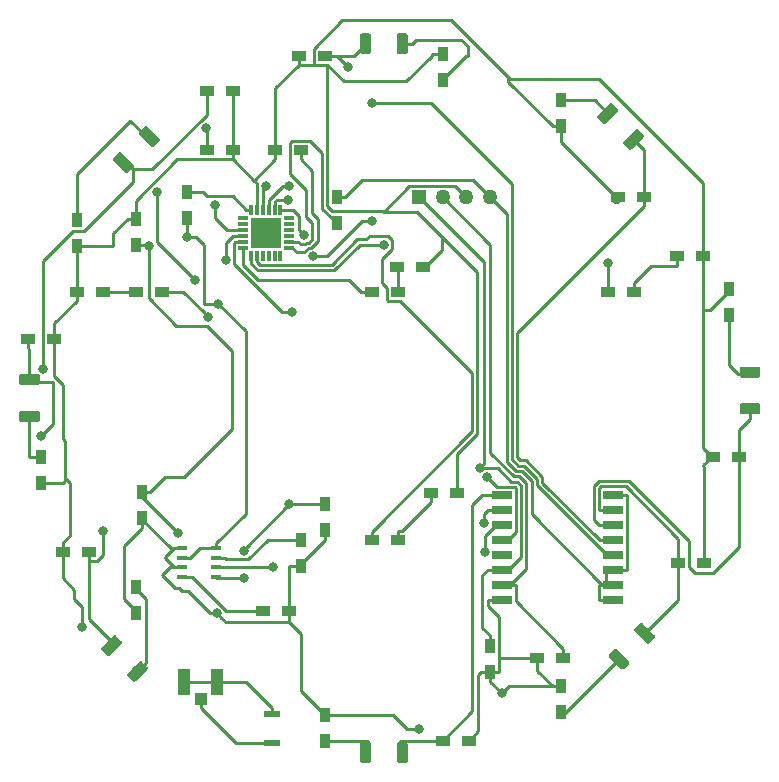
<source format=gbr>
G04 #@! TF.GenerationSoftware,KiCad,Pcbnew,(5.0.2)-1*
G04 #@! TF.CreationDate,2019-05-10T15:47:13-04:00*
G04 #@! TF.ProjectId,bikesenseCap,62696b65-7365-46e7-9365-4361702e6b69,PROD A*
G04 #@! TF.SameCoordinates,Original*
G04 #@! TF.FileFunction,Copper,L1,Top*
G04 #@! TF.FilePolarity,Positive*
%FSLAX46Y46*%
G04 Gerber Fmt 4.6, Leading zero omitted, Abs format (unit mm)*
G04 Created by KiCad (PCBNEW (5.0.2)-1) date 5/10/2019 3:47:13 PM*
%MOMM*%
%LPD*%
G01*
G04 APERTURE LIST*
G04 #@! TA.AperFunction,SMDPad,CuDef*
%ADD10R,1.200000X0.900000*%
G04 #@! TD*
G04 #@! TA.AperFunction,ComponentPad*
%ADD11R,1.270000X1.270000*%
G04 #@! TD*
G04 #@! TA.AperFunction,ComponentPad*
%ADD12C,1.270000*%
G04 #@! TD*
G04 #@! TA.AperFunction,SMDPad,CuDef*
%ADD13R,0.900000X1.200000*%
G04 #@! TD*
G04 #@! TA.AperFunction,SMDPad,CuDef*
%ADD14R,2.600000X2.600000*%
G04 #@! TD*
G04 #@! TA.AperFunction,SMDPad,CuDef*
%ADD15R,0.300000X0.850000*%
G04 #@! TD*
G04 #@! TA.AperFunction,SMDPad,CuDef*
%ADD16R,0.850000X0.300000*%
G04 #@! TD*
G04 #@! TA.AperFunction,SMDPad,CuDef*
%ADD17R,1.700000X0.700000*%
G04 #@! TD*
G04 #@! TA.AperFunction,Conductor*
%ADD18C,0.100000*%
G04 #@! TD*
G04 #@! TA.AperFunction,SMDPad,CuDef*
%ADD19C,0.950000*%
G04 #@! TD*
G04 #@! TA.AperFunction,SMDPad,CuDef*
%ADD20R,0.900000X0.400000*%
G04 #@! TD*
G04 #@! TA.AperFunction,SMDPad,CuDef*
%ADD21R,1.360000X0.620000*%
G04 #@! TD*
G04 #@! TA.AperFunction,SMDPad,CuDef*
%ADD22R,1.000000X2.200000*%
G04 #@! TD*
G04 #@! TA.AperFunction,SMDPad,CuDef*
%ADD23R,1.000000X1.000000*%
G04 #@! TD*
G04 #@! TA.AperFunction,ViaPad*
%ADD24C,0.800000*%
G04 #@! TD*
G04 #@! TA.AperFunction,Conductor*
%ADD25C,0.250000*%
G04 #@! TD*
G04 APERTURE END LIST*
D10*
G04 #@! TO.P,D3,1*
G04 #@! TO.N,Net-(D3-Pad1)*
X131200000Y-91000000D03*
G04 #@! TO.P,D3,2*
G04 #@! TO.N,Net-(D3-Pad2)*
X129000000Y-91000000D03*
G04 #@! TD*
G04 #@! TO.P,D4,2*
G04 #@! TO.N,Net-(D4-Pad2)*
X151200000Y-91000000D03*
G04 #@! TO.P,D4,1*
G04 #@! TO.N,Net-(D4-Pad1)*
X149000000Y-91000000D03*
G04 #@! TD*
G04 #@! TO.P,D5,2*
G04 #@! TO.N,Net-(D5-Pad2)*
X171200000Y-91000000D03*
G04 #@! TO.P,D5,1*
G04 #@! TO.N,Net-(D5-Pad1)*
X169000000Y-91000000D03*
G04 #@! TD*
G04 #@! TO.P,D6,1*
G04 #@! TO.N,Net-(D6-Pad1)*
X149000000Y-112000000D03*
G04 #@! TO.P,D6,2*
G04 #@! TO.N,Net-(D6-Pad2)*
X151200000Y-112000000D03*
G04 #@! TD*
D11*
G04 #@! TO.P,J1,1*
G04 #@! TO.N,/SCL*
X153000260Y-83000000D03*
D12*
G04 #@! TO.P,J1,2*
G04 #@! TO.N,/SDA*
X155001780Y-83000000D03*
G04 #@! TO.P,J1,3*
G04 #@! TO.N,+3V3*
X156998220Y-83000000D03*
G04 #@! TO.P,J1,4*
G04 #@! TO.N,GND*
X158999740Y-83000000D03*
G04 #@! TD*
D10*
G04 #@! TO.P,R1,1*
G04 #@! TO.N,Net-(R1-Pad1)*
X143000000Y-79000000D03*
G04 #@! TO.P,R1,2*
G04 #@! TO.N,+3V3*
X140800000Y-79000000D03*
G04 #@! TD*
G04 #@! TO.P,R2,1*
G04 #@! TO.N,/SCL*
X135000000Y-79000000D03*
G04 #@! TO.P,R2,2*
G04 #@! TO.N,+3V3*
X137200000Y-79000000D03*
G04 #@! TD*
D13*
G04 #@! TO.P,R3,2*
G04 #@! TO.N,GND*
X146000000Y-83000000D03*
G04 #@! TO.P,R3,1*
G04 #@! TO.N,Net-(R3-Pad1)*
X146000000Y-85200000D03*
G04 #@! TD*
G04 #@! TO.P,R4,1*
G04 #@! TO.N,GND*
X133350000Y-84750000D03*
G04 #@! TO.P,R4,2*
G04 #@! TO.N,Net-(R4-Pad2)*
X133350000Y-82550000D03*
G04 #@! TD*
G04 #@! TO.P,R5,2*
G04 #@! TO.N,+3V3*
X129000000Y-84800000D03*
G04 #@! TO.P,R5,1*
G04 #@! TO.N,/SDA*
X129000000Y-87000000D03*
G04 #@! TD*
G04 #@! TO.P,R6,1*
G04 #@! TO.N,/SCL*
X145000000Y-109000000D03*
G04 #@! TO.P,R6,2*
G04 #@! TO.N,+3V3*
X145000000Y-111200000D03*
G04 #@! TD*
G04 #@! TO.P,R7,2*
G04 #@! TO.N,+3V3*
X129540000Y-110150000D03*
G04 #@! TO.P,R7,1*
G04 #@! TO.N,/SDA*
X129540000Y-107950000D03*
G04 #@! TD*
G04 #@! TO.P,R8,1*
G04 #@! TO.N,Net-(R8-Pad1)*
X143000000Y-112000000D03*
G04 #@! TO.P,R8,2*
G04 #@! TO.N,+3V3*
X143000000Y-114200000D03*
G04 #@! TD*
D10*
G04 #@! TO.P,R9,2*
G04 #@! TO.N,+3V3*
X142000000Y-118000000D03*
G04 #@! TO.P,R9,1*
G04 #@! TO.N,Net-(R9-Pad1)*
X139800000Y-118000000D03*
G04 #@! TD*
G04 #@! TO.P,R11,1*
G04 #@! TO.N,Net-(D3-Pad2)*
X126200000Y-91000000D03*
G04 #@! TO.P,R11,2*
G04 #@! TO.N,+3V3*
X124000000Y-91000000D03*
G04 #@! TD*
G04 #@! TO.P,R12,2*
G04 #@! TO.N,+3V3*
X153330000Y-88900000D03*
G04 #@! TO.P,R12,1*
G04 #@! TO.N,Net-(D4-Pad2)*
X151130000Y-88900000D03*
G04 #@! TD*
G04 #@! TO.P,R13,2*
G04 #@! TO.N,+3V3*
X177000000Y-88000000D03*
G04 #@! TO.P,R13,1*
G04 #@! TO.N,Net-(D5-Pad2)*
X174800000Y-88000000D03*
G04 #@! TD*
G04 #@! TO.P,R14,1*
G04 #@! TO.N,Net-(D6-Pad2)*
X154000000Y-108000000D03*
G04 #@! TO.P,R14,2*
G04 #@! TO.N,+3V3*
X156200000Y-108000000D03*
G04 #@! TD*
D13*
G04 #@! TO.P,R19,2*
G04 #@! TO.N,Net-(D11-Pad2)*
X121000000Y-105000000D03*
G04 #@! TO.P,R19,1*
G04 #@! TO.N,+3V3*
X121000000Y-107200000D03*
G04 #@! TD*
D10*
G04 #@! TO.P,R20,1*
G04 #@! TO.N,+3V3*
X122100000Y-95000000D03*
G04 #@! TO.P,R20,2*
G04 #@! TO.N,/West*
X119900000Y-95000000D03*
G04 #@! TD*
D13*
G04 #@! TO.P,R21,2*
G04 #@! TO.N,Net-(D12-Pad2)*
X124000000Y-84900000D03*
G04 #@! TO.P,R21,1*
G04 #@! TO.N,+3V3*
X124000000Y-87100000D03*
G04 #@! TD*
G04 #@! TO.P,R22,2*
G04 #@! TO.N,Net-(D13-Pad2)*
X129000000Y-116000000D03*
G04 #@! TO.P,R22,1*
G04 #@! TO.N,+3V3*
X129000000Y-118200000D03*
G04 #@! TD*
G04 #@! TO.P,R23,2*
G04 #@! TO.N,+3V3*
X159000000Y-123200000D03*
G04 #@! TO.P,R23,1*
G04 #@! TO.N,/SCL*
X159000000Y-121000000D03*
G04 #@! TD*
D10*
G04 #@! TO.P,R24,1*
G04 #@! TO.N,+3V3*
X137200000Y-74000000D03*
G04 #@! TO.P,R24,2*
G04 #@! TO.N,/NorthWest*
X135000000Y-74000000D03*
G04 #@! TD*
G04 #@! TO.P,R25,1*
G04 #@! TO.N,+3V3*
X122800000Y-113000000D03*
G04 #@! TO.P,R25,2*
G04 #@! TO.N,/SouthWest*
X125000000Y-113000000D03*
G04 #@! TD*
G04 #@! TO.P,R26,1*
G04 #@! TO.N,/SDA*
X165200000Y-122000000D03*
G04 #@! TO.P,R26,2*
G04 #@! TO.N,+3V3*
X163000000Y-122000000D03*
G04 #@! TD*
D13*
G04 #@! TO.P,R27,2*
G04 #@! TO.N,Net-(D14-Pad2)*
X155000000Y-73100000D03*
G04 #@! TO.P,R27,1*
G04 #@! TO.N,+3V3*
X155000000Y-70900000D03*
G04 #@! TD*
G04 #@! TO.P,R28,1*
G04 #@! TO.N,+3V3*
X145000000Y-126800000D03*
G04 #@! TO.P,R28,2*
G04 #@! TO.N,Net-(D15-Pad2)*
X145000000Y-129000000D03*
G04 #@! TD*
D10*
G04 #@! TO.P,R29,2*
G04 #@! TO.N,/North*
X145000000Y-71000000D03*
G04 #@! TO.P,R29,1*
G04 #@! TO.N,+3V3*
X142800000Y-71000000D03*
G04 #@! TD*
G04 #@! TO.P,R30,1*
G04 #@! TO.N,+3V3*
X157200000Y-129000000D03*
G04 #@! TO.P,R30,2*
G04 #@! TO.N,/South*
X155000000Y-129000000D03*
G04 #@! TD*
D13*
G04 #@! TO.P,R31,2*
G04 #@! TO.N,Net-(D16-Pad2)*
X165000000Y-74800000D03*
G04 #@! TO.P,R31,1*
G04 #@! TO.N,+3V3*
X165000000Y-77000000D03*
G04 #@! TD*
G04 #@! TO.P,R32,2*
G04 #@! TO.N,Net-(D17-Pad2)*
X165000000Y-126600000D03*
G04 #@! TO.P,R32,1*
G04 #@! TO.N,+3V3*
X165000000Y-124400000D03*
G04 #@! TD*
D10*
G04 #@! TO.P,R33,1*
G04 #@! TO.N,+3V3*
X169800000Y-83000000D03*
G04 #@! TO.P,R33,2*
G04 #@! TO.N,/NorthEast*
X172000000Y-83000000D03*
G04 #@! TD*
G04 #@! TO.P,R34,1*
G04 #@! TO.N,+3V3*
X177100000Y-114000000D03*
G04 #@! TO.P,R34,2*
G04 #@! TO.N,/SouthEast*
X174900000Y-114000000D03*
G04 #@! TD*
D13*
G04 #@! TO.P,R35,2*
G04 #@! TO.N,Net-(D18-Pad2)*
X179200000Y-93000000D03*
G04 #@! TO.P,R35,1*
G04 #@! TO.N,+3V3*
X179200000Y-90800000D03*
G04 #@! TD*
D10*
G04 #@! TO.P,R36,1*
G04 #@! TO.N,+3V3*
X177900000Y-105000000D03*
G04 #@! TO.P,R36,2*
G04 #@! TO.N,/East*
X180100000Y-105000000D03*
G04 #@! TD*
D14*
G04 #@! TO.P,U2,25*
G04 #@! TO.N,GND*
X140000000Y-86000000D03*
D15*
G04 #@! TO.P,U2,24*
G04 #@! TO.N,Net-(R4-Pad2)*
X138750000Y-84050000D03*
G04 #@! TO.P,U2,23*
G04 #@! TO.N,+3V3*
X139250000Y-84050000D03*
G04 #@! TO.P,U2,22*
G04 #@! TO.N,Net-(J2-Pad1)*
X139750000Y-84050000D03*
G04 #@! TO.P,U2,21*
G04 #@! TO.N,Net-(J3-Pad1)*
X140250000Y-84050000D03*
G04 #@! TO.P,U2,20*
G04 #@! TO.N,Net-(J4-Pad1)*
X140750000Y-84050000D03*
G04 #@! TO.P,U2,19*
G04 #@! TO.N,Net-(J5-Pad1)*
X141250000Y-84050000D03*
D16*
G04 #@! TO.P,U2,18*
G04 #@! TO.N,Net-(U2-Pad18)*
X141950000Y-84750000D03*
G04 #@! TO.P,U2,17*
G04 #@! TO.N,Net-(U2-Pad17)*
X141950000Y-85250000D03*
G04 #@! TO.P,U2,16*
G04 #@! TO.N,Net-(U2-Pad16)*
X141950000Y-85750000D03*
G04 #@! TO.P,U2,15*
G04 #@! TO.N,Net-(U2-Pad15)*
X141950000Y-86250000D03*
G04 #@! TO.P,U2,14*
G04 #@! TO.N,Net-(R3-Pad1)*
X141950000Y-86750000D03*
G04 #@! TO.P,U2,13*
G04 #@! TO.N,Net-(R1-Pad1)*
X141950000Y-87250000D03*
D15*
G04 #@! TO.P,U2,12*
G04 #@! TO.N,Net-(U2-Pad12)*
X141250000Y-87950000D03*
G04 #@! TO.P,U2,11*
G04 #@! TO.N,Net-(U2-Pad11)*
X140750000Y-87950000D03*
G04 #@! TO.P,U2,10*
G04 #@! TO.N,Net-(U2-Pad10)*
X140250000Y-87950000D03*
G04 #@! TO.P,U2,9*
G04 #@! TO.N,Net-(U2-Pad9)*
X139750000Y-87950000D03*
G04 #@! TO.P,U2,8*
G04 #@! TO.N,Net-(D6-Pad1)*
X139250000Y-87950000D03*
G04 #@! TO.P,U2,7*
G04 #@! TO.N,Net-(D5-Pad1)*
X138750000Y-87950000D03*
D16*
G04 #@! TO.P,U2,6*
G04 #@! TO.N,Net-(D4-Pad1)*
X138050000Y-87250000D03*
G04 #@! TO.P,U2,5*
G04 #@! TO.N,Net-(D3-Pad1)*
X138050000Y-86750000D03*
G04 #@! TO.P,U2,4*
G04 #@! TO.N,/SCL*
X138050000Y-86250000D03*
G04 #@! TO.P,U2,3*
G04 #@! TO.N,/SDA*
X138050000Y-85750000D03*
G04 #@! TO.P,U2,2*
G04 #@! TO.N,Net-(U2-Pad2)*
X138050000Y-85250000D03*
G04 #@! TO.P,U2,1*
G04 #@! TO.N,Net-(U2-Pad1)*
X138050000Y-84750000D03*
G04 #@! TD*
D17*
G04 #@! TO.P,U3,13*
G04 #@! TO.N,Net-(U3-Pad13)*
X160000000Y-113270000D03*
G04 #@! TO.P,U3,14*
G04 #@! TO.N,/SCL*
X160000000Y-114540000D03*
G04 #@! TO.P,U3,15*
G04 #@! TO.N,/SDA*
X160000000Y-115810000D03*
G04 #@! TO.P,U3,16*
G04 #@! TO.N,+3V3*
X160000000Y-117080000D03*
G04 #@! TO.P,U3,12*
G04 #@! TO.N,/NorthWest*
X160000000Y-112000000D03*
G04 #@! TO.P,U3,11*
G04 #@! TO.N,/West*
X160000000Y-110730000D03*
G04 #@! TO.P,U3,10*
G04 #@! TO.N,/SouthWest*
X160000000Y-109460000D03*
G04 #@! TO.P,U3,9*
G04 #@! TO.N,/South*
X160000000Y-108190000D03*
G04 #@! TO.P,U3,4*
G04 #@! TO.N,/North*
X169380000Y-113270000D03*
G04 #@! TO.P,U3,5*
G04 #@! TO.N,/NorthEast*
X169380000Y-112000000D03*
G04 #@! TO.P,U3,3*
G04 #@! TO.N,GND*
X169380000Y-114540000D03*
G04 #@! TO.P,U3,2*
X169380000Y-115810000D03*
G04 #@! TO.P,U3,1*
X169380000Y-117080000D03*
G04 #@! TO.P,U3,6*
G04 #@! TO.N,/East*
X169380000Y-110730000D03*
G04 #@! TO.P,U3,7*
G04 #@! TO.N,/SouthEast*
X169380000Y-109460000D03*
G04 #@! TO.P,U3,8*
G04 #@! TO.N,GND*
X169380000Y-108190000D03*
G04 #@! TD*
D18*
G04 #@! TO.N,Net-(D11-Pad2)*
G04 #@! TO.C,D11*
G36*
X120703623Y-101075915D02*
X120722067Y-101078651D01*
X120740154Y-101083181D01*
X120757710Y-101089463D01*
X120774565Y-101097435D01*
X120790558Y-101107021D01*
X120805535Y-101118128D01*
X120819350Y-101130650D01*
X120831872Y-101144465D01*
X120842979Y-101159442D01*
X120852565Y-101175435D01*
X120860537Y-101192290D01*
X120866819Y-101209846D01*
X120871349Y-101227933D01*
X120874085Y-101246377D01*
X120875000Y-101265000D01*
X120875000Y-101835000D01*
X120874085Y-101853623D01*
X120871349Y-101872067D01*
X120866819Y-101890154D01*
X120860537Y-101907710D01*
X120852565Y-101924565D01*
X120842979Y-101940558D01*
X120831872Y-101955535D01*
X120819350Y-101969350D01*
X120805535Y-101981872D01*
X120790558Y-101992979D01*
X120774565Y-102002565D01*
X120757710Y-102010537D01*
X120740154Y-102016819D01*
X120722067Y-102021349D01*
X120703623Y-102024085D01*
X120685000Y-102025000D01*
X119315000Y-102025000D01*
X119296377Y-102024085D01*
X119277933Y-102021349D01*
X119259846Y-102016819D01*
X119242290Y-102010537D01*
X119225435Y-102002565D01*
X119209442Y-101992979D01*
X119194465Y-101981872D01*
X119180650Y-101969350D01*
X119168128Y-101955535D01*
X119157021Y-101940558D01*
X119147435Y-101924565D01*
X119139463Y-101907710D01*
X119133181Y-101890154D01*
X119128651Y-101872067D01*
X119125915Y-101853623D01*
X119125000Y-101835000D01*
X119125000Y-101265000D01*
X119125915Y-101246377D01*
X119128651Y-101227933D01*
X119133181Y-101209846D01*
X119139463Y-101192290D01*
X119147435Y-101175435D01*
X119157021Y-101159442D01*
X119168128Y-101144465D01*
X119180650Y-101130650D01*
X119194465Y-101118128D01*
X119209442Y-101107021D01*
X119225435Y-101097435D01*
X119242290Y-101089463D01*
X119259846Y-101083181D01*
X119277933Y-101078651D01*
X119296377Y-101075915D01*
X119315000Y-101075000D01*
X120685000Y-101075000D01*
X120703623Y-101075915D01*
X120703623Y-101075915D01*
G37*
D19*
G04 #@! TD*
G04 #@! TO.P,D11,2*
G04 #@! TO.N,Net-(D11-Pad2)*
X120000000Y-101550000D03*
D18*
G04 #@! TO.N,/West*
G04 #@! TO.C,D11*
G36*
X120703623Y-97975915D02*
X120722067Y-97978651D01*
X120740154Y-97983181D01*
X120757710Y-97989463D01*
X120774565Y-97997435D01*
X120790558Y-98007021D01*
X120805535Y-98018128D01*
X120819350Y-98030650D01*
X120831872Y-98044465D01*
X120842979Y-98059442D01*
X120852565Y-98075435D01*
X120860537Y-98092290D01*
X120866819Y-98109846D01*
X120871349Y-98127933D01*
X120874085Y-98146377D01*
X120875000Y-98165000D01*
X120875000Y-98735000D01*
X120874085Y-98753623D01*
X120871349Y-98772067D01*
X120866819Y-98790154D01*
X120860537Y-98807710D01*
X120852565Y-98824565D01*
X120842979Y-98840558D01*
X120831872Y-98855535D01*
X120819350Y-98869350D01*
X120805535Y-98881872D01*
X120790558Y-98892979D01*
X120774565Y-98902565D01*
X120757710Y-98910537D01*
X120740154Y-98916819D01*
X120722067Y-98921349D01*
X120703623Y-98924085D01*
X120685000Y-98925000D01*
X119315000Y-98925000D01*
X119296377Y-98924085D01*
X119277933Y-98921349D01*
X119259846Y-98916819D01*
X119242290Y-98910537D01*
X119225435Y-98902565D01*
X119209442Y-98892979D01*
X119194465Y-98881872D01*
X119180650Y-98869350D01*
X119168128Y-98855535D01*
X119157021Y-98840558D01*
X119147435Y-98824565D01*
X119139463Y-98807710D01*
X119133181Y-98790154D01*
X119128651Y-98772067D01*
X119125915Y-98753623D01*
X119125000Y-98735000D01*
X119125000Y-98165000D01*
X119125915Y-98146377D01*
X119128651Y-98127933D01*
X119133181Y-98109846D01*
X119139463Y-98092290D01*
X119147435Y-98075435D01*
X119157021Y-98059442D01*
X119168128Y-98044465D01*
X119180650Y-98030650D01*
X119194465Y-98018128D01*
X119209442Y-98007021D01*
X119225435Y-97997435D01*
X119242290Y-97989463D01*
X119259846Y-97983181D01*
X119277933Y-97978651D01*
X119296377Y-97975915D01*
X119315000Y-97975000D01*
X120685000Y-97975000D01*
X120703623Y-97975915D01*
X120703623Y-97975915D01*
G37*
D19*
G04 #@! TD*
G04 #@! TO.P,D11,1*
G04 #@! TO.N,/West*
X120000000Y-98450000D03*
D18*
G04 #@! TO.N,/NorthWest*
G04 #@! TO.C,D12*
G36*
X127684764Y-79175637D02*
X127703208Y-79178373D01*
X127721295Y-79182903D01*
X127738851Y-79189185D01*
X127755706Y-79197157D01*
X127771699Y-79206743D01*
X127786676Y-79217850D01*
X127800491Y-79230372D01*
X128769228Y-80199109D01*
X128781750Y-80212924D01*
X128792857Y-80227901D01*
X128802443Y-80243894D01*
X128810415Y-80260749D01*
X128816697Y-80278305D01*
X128821227Y-80296392D01*
X128823963Y-80314836D01*
X128824878Y-80333459D01*
X128823963Y-80352082D01*
X128821227Y-80370526D01*
X128816697Y-80388613D01*
X128810415Y-80406169D01*
X128802443Y-80423024D01*
X128792857Y-80439017D01*
X128781750Y-80453994D01*
X128769228Y-80467809D01*
X128366177Y-80870860D01*
X128352362Y-80883382D01*
X128337385Y-80894489D01*
X128321392Y-80904075D01*
X128304537Y-80912047D01*
X128286981Y-80918329D01*
X128268894Y-80922859D01*
X128250450Y-80925595D01*
X128231827Y-80926510D01*
X128213204Y-80925595D01*
X128194760Y-80922859D01*
X128176673Y-80918329D01*
X128159117Y-80912047D01*
X128142262Y-80904075D01*
X128126269Y-80894489D01*
X128111292Y-80883382D01*
X128097477Y-80870860D01*
X127128740Y-79902123D01*
X127116218Y-79888308D01*
X127105111Y-79873331D01*
X127095525Y-79857338D01*
X127087553Y-79840483D01*
X127081271Y-79822927D01*
X127076741Y-79804840D01*
X127074005Y-79786396D01*
X127073090Y-79767773D01*
X127074005Y-79749150D01*
X127076741Y-79730706D01*
X127081271Y-79712619D01*
X127087553Y-79695063D01*
X127095525Y-79678208D01*
X127105111Y-79662215D01*
X127116218Y-79647238D01*
X127128740Y-79633423D01*
X127531791Y-79230372D01*
X127545606Y-79217850D01*
X127560583Y-79206743D01*
X127576576Y-79197157D01*
X127593431Y-79189185D01*
X127610987Y-79182903D01*
X127629074Y-79178373D01*
X127647518Y-79175637D01*
X127666141Y-79174722D01*
X127684764Y-79175637D01*
X127684764Y-79175637D01*
G37*
D19*
G04 #@! TD*
G04 #@! TO.P,D12,1*
G04 #@! TO.N,/NorthWest*
X127948984Y-80050616D03*
D18*
G04 #@! TO.N,Net-(D12-Pad2)*
G04 #@! TO.C,D12*
G36*
X129876796Y-76983605D02*
X129895240Y-76986341D01*
X129913327Y-76990871D01*
X129930883Y-76997153D01*
X129947738Y-77005125D01*
X129963731Y-77014711D01*
X129978708Y-77025818D01*
X129992523Y-77038340D01*
X130961260Y-78007077D01*
X130973782Y-78020892D01*
X130984889Y-78035869D01*
X130994475Y-78051862D01*
X131002447Y-78068717D01*
X131008729Y-78086273D01*
X131013259Y-78104360D01*
X131015995Y-78122804D01*
X131016910Y-78141427D01*
X131015995Y-78160050D01*
X131013259Y-78178494D01*
X131008729Y-78196581D01*
X131002447Y-78214137D01*
X130994475Y-78230992D01*
X130984889Y-78246985D01*
X130973782Y-78261962D01*
X130961260Y-78275777D01*
X130558209Y-78678828D01*
X130544394Y-78691350D01*
X130529417Y-78702457D01*
X130513424Y-78712043D01*
X130496569Y-78720015D01*
X130479013Y-78726297D01*
X130460926Y-78730827D01*
X130442482Y-78733563D01*
X130423859Y-78734478D01*
X130405236Y-78733563D01*
X130386792Y-78730827D01*
X130368705Y-78726297D01*
X130351149Y-78720015D01*
X130334294Y-78712043D01*
X130318301Y-78702457D01*
X130303324Y-78691350D01*
X130289509Y-78678828D01*
X129320772Y-77710091D01*
X129308250Y-77696276D01*
X129297143Y-77681299D01*
X129287557Y-77665306D01*
X129279585Y-77648451D01*
X129273303Y-77630895D01*
X129268773Y-77612808D01*
X129266037Y-77594364D01*
X129265122Y-77575741D01*
X129266037Y-77557118D01*
X129268773Y-77538674D01*
X129273303Y-77520587D01*
X129279585Y-77503031D01*
X129287557Y-77486176D01*
X129297143Y-77470183D01*
X129308250Y-77455206D01*
X129320772Y-77441391D01*
X129723823Y-77038340D01*
X129737638Y-77025818D01*
X129752615Y-77014711D01*
X129768608Y-77005125D01*
X129785463Y-76997153D01*
X129803019Y-76990871D01*
X129821106Y-76986341D01*
X129839550Y-76983605D01*
X129858173Y-76982690D01*
X129876796Y-76983605D01*
X129876796Y-76983605D01*
G37*
D19*
G04 #@! TD*
G04 #@! TO.P,D12,2*
G04 #@! TO.N,Net-(D12-Pad2)*
X130141016Y-77858584D03*
D18*
G04 #@! TO.N,/SouthWest*
G04 #@! TO.C,D13*
G36*
X127250450Y-120074005D02*
X127268894Y-120076741D01*
X127286981Y-120081271D01*
X127304537Y-120087553D01*
X127321392Y-120095525D01*
X127337385Y-120105111D01*
X127352362Y-120116218D01*
X127366177Y-120128740D01*
X127769228Y-120531791D01*
X127781750Y-120545606D01*
X127792857Y-120560583D01*
X127802443Y-120576576D01*
X127810415Y-120593431D01*
X127816697Y-120610987D01*
X127821227Y-120629074D01*
X127823963Y-120647518D01*
X127824878Y-120666141D01*
X127823963Y-120684764D01*
X127821227Y-120703208D01*
X127816697Y-120721295D01*
X127810415Y-120738851D01*
X127802443Y-120755706D01*
X127792857Y-120771699D01*
X127781750Y-120786676D01*
X127769228Y-120800491D01*
X126800491Y-121769228D01*
X126786676Y-121781750D01*
X126771699Y-121792857D01*
X126755706Y-121802443D01*
X126738851Y-121810415D01*
X126721295Y-121816697D01*
X126703208Y-121821227D01*
X126684764Y-121823963D01*
X126666141Y-121824878D01*
X126647518Y-121823963D01*
X126629074Y-121821227D01*
X126610987Y-121816697D01*
X126593431Y-121810415D01*
X126576576Y-121802443D01*
X126560583Y-121792857D01*
X126545606Y-121781750D01*
X126531791Y-121769228D01*
X126128740Y-121366177D01*
X126116218Y-121352362D01*
X126105111Y-121337385D01*
X126095525Y-121321392D01*
X126087553Y-121304537D01*
X126081271Y-121286981D01*
X126076741Y-121268894D01*
X126074005Y-121250450D01*
X126073090Y-121231827D01*
X126074005Y-121213204D01*
X126076741Y-121194760D01*
X126081271Y-121176673D01*
X126087553Y-121159117D01*
X126095525Y-121142262D01*
X126105111Y-121126269D01*
X126116218Y-121111292D01*
X126128740Y-121097477D01*
X127097477Y-120128740D01*
X127111292Y-120116218D01*
X127126269Y-120105111D01*
X127142262Y-120095525D01*
X127159117Y-120087553D01*
X127176673Y-120081271D01*
X127194760Y-120076741D01*
X127213204Y-120074005D01*
X127231827Y-120073090D01*
X127250450Y-120074005D01*
X127250450Y-120074005D01*
G37*
D19*
G04 #@! TD*
G04 #@! TO.P,D13,1*
G04 #@! TO.N,/SouthWest*
X126948984Y-120948984D03*
D18*
G04 #@! TO.N,Net-(D13-Pad2)*
G04 #@! TO.C,D13*
G36*
X129442482Y-122266037D02*
X129460926Y-122268773D01*
X129479013Y-122273303D01*
X129496569Y-122279585D01*
X129513424Y-122287557D01*
X129529417Y-122297143D01*
X129544394Y-122308250D01*
X129558209Y-122320772D01*
X129961260Y-122723823D01*
X129973782Y-122737638D01*
X129984889Y-122752615D01*
X129994475Y-122768608D01*
X130002447Y-122785463D01*
X130008729Y-122803019D01*
X130013259Y-122821106D01*
X130015995Y-122839550D01*
X130016910Y-122858173D01*
X130015995Y-122876796D01*
X130013259Y-122895240D01*
X130008729Y-122913327D01*
X130002447Y-122930883D01*
X129994475Y-122947738D01*
X129984889Y-122963731D01*
X129973782Y-122978708D01*
X129961260Y-122992523D01*
X128992523Y-123961260D01*
X128978708Y-123973782D01*
X128963731Y-123984889D01*
X128947738Y-123994475D01*
X128930883Y-124002447D01*
X128913327Y-124008729D01*
X128895240Y-124013259D01*
X128876796Y-124015995D01*
X128858173Y-124016910D01*
X128839550Y-124015995D01*
X128821106Y-124013259D01*
X128803019Y-124008729D01*
X128785463Y-124002447D01*
X128768608Y-123994475D01*
X128752615Y-123984889D01*
X128737638Y-123973782D01*
X128723823Y-123961260D01*
X128320772Y-123558209D01*
X128308250Y-123544394D01*
X128297143Y-123529417D01*
X128287557Y-123513424D01*
X128279585Y-123496569D01*
X128273303Y-123479013D01*
X128268773Y-123460926D01*
X128266037Y-123442482D01*
X128265122Y-123423859D01*
X128266037Y-123405236D01*
X128268773Y-123386792D01*
X128273303Y-123368705D01*
X128279585Y-123351149D01*
X128287557Y-123334294D01*
X128297143Y-123318301D01*
X128308250Y-123303324D01*
X128320772Y-123289509D01*
X129289509Y-122320772D01*
X129303324Y-122308250D01*
X129318301Y-122297143D01*
X129334294Y-122287557D01*
X129351149Y-122279585D01*
X129368705Y-122273303D01*
X129386792Y-122268773D01*
X129405236Y-122266037D01*
X129423859Y-122265122D01*
X129442482Y-122266037D01*
X129442482Y-122266037D01*
G37*
D19*
G04 #@! TD*
G04 #@! TO.P,D13,2*
G04 #@! TO.N,Net-(D13-Pad2)*
X129141016Y-123141016D03*
D18*
G04 #@! TO.N,Net-(D14-Pad2)*
G04 #@! TO.C,D14*
G36*
X151853623Y-69125915D02*
X151872067Y-69128651D01*
X151890154Y-69133181D01*
X151907710Y-69139463D01*
X151924565Y-69147435D01*
X151940558Y-69157021D01*
X151955535Y-69168128D01*
X151969350Y-69180650D01*
X151981872Y-69194465D01*
X151992979Y-69209442D01*
X152002565Y-69225435D01*
X152010537Y-69242290D01*
X152016819Y-69259846D01*
X152021349Y-69277933D01*
X152024085Y-69296377D01*
X152025000Y-69315000D01*
X152025000Y-70685000D01*
X152024085Y-70703623D01*
X152021349Y-70722067D01*
X152016819Y-70740154D01*
X152010537Y-70757710D01*
X152002565Y-70774565D01*
X151992979Y-70790558D01*
X151981872Y-70805535D01*
X151969350Y-70819350D01*
X151955535Y-70831872D01*
X151940558Y-70842979D01*
X151924565Y-70852565D01*
X151907710Y-70860537D01*
X151890154Y-70866819D01*
X151872067Y-70871349D01*
X151853623Y-70874085D01*
X151835000Y-70875000D01*
X151265000Y-70875000D01*
X151246377Y-70874085D01*
X151227933Y-70871349D01*
X151209846Y-70866819D01*
X151192290Y-70860537D01*
X151175435Y-70852565D01*
X151159442Y-70842979D01*
X151144465Y-70831872D01*
X151130650Y-70819350D01*
X151118128Y-70805535D01*
X151107021Y-70790558D01*
X151097435Y-70774565D01*
X151089463Y-70757710D01*
X151083181Y-70740154D01*
X151078651Y-70722067D01*
X151075915Y-70703623D01*
X151075000Y-70685000D01*
X151075000Y-69315000D01*
X151075915Y-69296377D01*
X151078651Y-69277933D01*
X151083181Y-69259846D01*
X151089463Y-69242290D01*
X151097435Y-69225435D01*
X151107021Y-69209442D01*
X151118128Y-69194465D01*
X151130650Y-69180650D01*
X151144465Y-69168128D01*
X151159442Y-69157021D01*
X151175435Y-69147435D01*
X151192290Y-69139463D01*
X151209846Y-69133181D01*
X151227933Y-69128651D01*
X151246377Y-69125915D01*
X151265000Y-69125000D01*
X151835000Y-69125000D01*
X151853623Y-69125915D01*
X151853623Y-69125915D01*
G37*
D19*
G04 #@! TD*
G04 #@! TO.P,D14,2*
G04 #@! TO.N,Net-(D14-Pad2)*
X151550000Y-70000000D03*
D18*
G04 #@! TO.N,/North*
G04 #@! TO.C,D14*
G36*
X148753623Y-69125915D02*
X148772067Y-69128651D01*
X148790154Y-69133181D01*
X148807710Y-69139463D01*
X148824565Y-69147435D01*
X148840558Y-69157021D01*
X148855535Y-69168128D01*
X148869350Y-69180650D01*
X148881872Y-69194465D01*
X148892979Y-69209442D01*
X148902565Y-69225435D01*
X148910537Y-69242290D01*
X148916819Y-69259846D01*
X148921349Y-69277933D01*
X148924085Y-69296377D01*
X148925000Y-69315000D01*
X148925000Y-70685000D01*
X148924085Y-70703623D01*
X148921349Y-70722067D01*
X148916819Y-70740154D01*
X148910537Y-70757710D01*
X148902565Y-70774565D01*
X148892979Y-70790558D01*
X148881872Y-70805535D01*
X148869350Y-70819350D01*
X148855535Y-70831872D01*
X148840558Y-70842979D01*
X148824565Y-70852565D01*
X148807710Y-70860537D01*
X148790154Y-70866819D01*
X148772067Y-70871349D01*
X148753623Y-70874085D01*
X148735000Y-70875000D01*
X148165000Y-70875000D01*
X148146377Y-70874085D01*
X148127933Y-70871349D01*
X148109846Y-70866819D01*
X148092290Y-70860537D01*
X148075435Y-70852565D01*
X148059442Y-70842979D01*
X148044465Y-70831872D01*
X148030650Y-70819350D01*
X148018128Y-70805535D01*
X148007021Y-70790558D01*
X147997435Y-70774565D01*
X147989463Y-70757710D01*
X147983181Y-70740154D01*
X147978651Y-70722067D01*
X147975915Y-70703623D01*
X147975000Y-70685000D01*
X147975000Y-69315000D01*
X147975915Y-69296377D01*
X147978651Y-69277933D01*
X147983181Y-69259846D01*
X147989463Y-69242290D01*
X147997435Y-69225435D01*
X148007021Y-69209442D01*
X148018128Y-69194465D01*
X148030650Y-69180650D01*
X148044465Y-69168128D01*
X148059442Y-69157021D01*
X148075435Y-69147435D01*
X148092290Y-69139463D01*
X148109846Y-69133181D01*
X148127933Y-69128651D01*
X148146377Y-69125915D01*
X148165000Y-69125000D01*
X148735000Y-69125000D01*
X148753623Y-69125915D01*
X148753623Y-69125915D01*
G37*
D19*
G04 #@! TD*
G04 #@! TO.P,D14,1*
G04 #@! TO.N,/North*
X148450000Y-70000000D03*
D18*
G04 #@! TO.N,Net-(D15-Pad2)*
G04 #@! TO.C,D15*
G36*
X148753623Y-129125915D02*
X148772067Y-129128651D01*
X148790154Y-129133181D01*
X148807710Y-129139463D01*
X148824565Y-129147435D01*
X148840558Y-129157021D01*
X148855535Y-129168128D01*
X148869350Y-129180650D01*
X148881872Y-129194465D01*
X148892979Y-129209442D01*
X148902565Y-129225435D01*
X148910537Y-129242290D01*
X148916819Y-129259846D01*
X148921349Y-129277933D01*
X148924085Y-129296377D01*
X148925000Y-129315000D01*
X148925000Y-130685000D01*
X148924085Y-130703623D01*
X148921349Y-130722067D01*
X148916819Y-130740154D01*
X148910537Y-130757710D01*
X148902565Y-130774565D01*
X148892979Y-130790558D01*
X148881872Y-130805535D01*
X148869350Y-130819350D01*
X148855535Y-130831872D01*
X148840558Y-130842979D01*
X148824565Y-130852565D01*
X148807710Y-130860537D01*
X148790154Y-130866819D01*
X148772067Y-130871349D01*
X148753623Y-130874085D01*
X148735000Y-130875000D01*
X148165000Y-130875000D01*
X148146377Y-130874085D01*
X148127933Y-130871349D01*
X148109846Y-130866819D01*
X148092290Y-130860537D01*
X148075435Y-130852565D01*
X148059442Y-130842979D01*
X148044465Y-130831872D01*
X148030650Y-130819350D01*
X148018128Y-130805535D01*
X148007021Y-130790558D01*
X147997435Y-130774565D01*
X147989463Y-130757710D01*
X147983181Y-130740154D01*
X147978651Y-130722067D01*
X147975915Y-130703623D01*
X147975000Y-130685000D01*
X147975000Y-129315000D01*
X147975915Y-129296377D01*
X147978651Y-129277933D01*
X147983181Y-129259846D01*
X147989463Y-129242290D01*
X147997435Y-129225435D01*
X148007021Y-129209442D01*
X148018128Y-129194465D01*
X148030650Y-129180650D01*
X148044465Y-129168128D01*
X148059442Y-129157021D01*
X148075435Y-129147435D01*
X148092290Y-129139463D01*
X148109846Y-129133181D01*
X148127933Y-129128651D01*
X148146377Y-129125915D01*
X148165000Y-129125000D01*
X148735000Y-129125000D01*
X148753623Y-129125915D01*
X148753623Y-129125915D01*
G37*
D19*
G04 #@! TD*
G04 #@! TO.P,D15,2*
G04 #@! TO.N,Net-(D15-Pad2)*
X148450000Y-130000000D03*
D18*
G04 #@! TO.N,/South*
G04 #@! TO.C,D15*
G36*
X151853623Y-129125915D02*
X151872067Y-129128651D01*
X151890154Y-129133181D01*
X151907710Y-129139463D01*
X151924565Y-129147435D01*
X151940558Y-129157021D01*
X151955535Y-129168128D01*
X151969350Y-129180650D01*
X151981872Y-129194465D01*
X151992979Y-129209442D01*
X152002565Y-129225435D01*
X152010537Y-129242290D01*
X152016819Y-129259846D01*
X152021349Y-129277933D01*
X152024085Y-129296377D01*
X152025000Y-129315000D01*
X152025000Y-130685000D01*
X152024085Y-130703623D01*
X152021349Y-130722067D01*
X152016819Y-130740154D01*
X152010537Y-130757710D01*
X152002565Y-130774565D01*
X151992979Y-130790558D01*
X151981872Y-130805535D01*
X151969350Y-130819350D01*
X151955535Y-130831872D01*
X151940558Y-130842979D01*
X151924565Y-130852565D01*
X151907710Y-130860537D01*
X151890154Y-130866819D01*
X151872067Y-130871349D01*
X151853623Y-130874085D01*
X151835000Y-130875000D01*
X151265000Y-130875000D01*
X151246377Y-130874085D01*
X151227933Y-130871349D01*
X151209846Y-130866819D01*
X151192290Y-130860537D01*
X151175435Y-130852565D01*
X151159442Y-130842979D01*
X151144465Y-130831872D01*
X151130650Y-130819350D01*
X151118128Y-130805535D01*
X151107021Y-130790558D01*
X151097435Y-130774565D01*
X151089463Y-130757710D01*
X151083181Y-130740154D01*
X151078651Y-130722067D01*
X151075915Y-130703623D01*
X151075000Y-130685000D01*
X151075000Y-129315000D01*
X151075915Y-129296377D01*
X151078651Y-129277933D01*
X151083181Y-129259846D01*
X151089463Y-129242290D01*
X151097435Y-129225435D01*
X151107021Y-129209442D01*
X151118128Y-129194465D01*
X151130650Y-129180650D01*
X151144465Y-129168128D01*
X151159442Y-129157021D01*
X151175435Y-129147435D01*
X151192290Y-129139463D01*
X151209846Y-129133181D01*
X151227933Y-129128651D01*
X151246377Y-129125915D01*
X151265000Y-129125000D01*
X151835000Y-129125000D01*
X151853623Y-129125915D01*
X151853623Y-129125915D01*
G37*
D19*
G04 #@! TD*
G04 #@! TO.P,D15,1*
G04 #@! TO.N,/South*
X151550000Y-130000000D03*
D18*
G04 #@! TO.N,Net-(D16-Pad2)*
G04 #@! TO.C,D16*
G36*
X169250450Y-75029005D02*
X169268894Y-75031741D01*
X169286981Y-75036271D01*
X169304537Y-75042553D01*
X169321392Y-75050525D01*
X169337385Y-75060111D01*
X169352362Y-75071218D01*
X169366177Y-75083740D01*
X169769228Y-75486791D01*
X169781750Y-75500606D01*
X169792857Y-75515583D01*
X169802443Y-75531576D01*
X169810415Y-75548431D01*
X169816697Y-75565987D01*
X169821227Y-75584074D01*
X169823963Y-75602518D01*
X169824878Y-75621141D01*
X169823963Y-75639764D01*
X169821227Y-75658208D01*
X169816697Y-75676295D01*
X169810415Y-75693851D01*
X169802443Y-75710706D01*
X169792857Y-75726699D01*
X169781750Y-75741676D01*
X169769228Y-75755491D01*
X168800491Y-76724228D01*
X168786676Y-76736750D01*
X168771699Y-76747857D01*
X168755706Y-76757443D01*
X168738851Y-76765415D01*
X168721295Y-76771697D01*
X168703208Y-76776227D01*
X168684764Y-76778963D01*
X168666141Y-76779878D01*
X168647518Y-76778963D01*
X168629074Y-76776227D01*
X168610987Y-76771697D01*
X168593431Y-76765415D01*
X168576576Y-76757443D01*
X168560583Y-76747857D01*
X168545606Y-76736750D01*
X168531791Y-76724228D01*
X168128740Y-76321177D01*
X168116218Y-76307362D01*
X168105111Y-76292385D01*
X168095525Y-76276392D01*
X168087553Y-76259537D01*
X168081271Y-76241981D01*
X168076741Y-76223894D01*
X168074005Y-76205450D01*
X168073090Y-76186827D01*
X168074005Y-76168204D01*
X168076741Y-76149760D01*
X168081271Y-76131673D01*
X168087553Y-76114117D01*
X168095525Y-76097262D01*
X168105111Y-76081269D01*
X168116218Y-76066292D01*
X168128740Y-76052477D01*
X169097477Y-75083740D01*
X169111292Y-75071218D01*
X169126269Y-75060111D01*
X169142262Y-75050525D01*
X169159117Y-75042553D01*
X169176673Y-75036271D01*
X169194760Y-75031741D01*
X169213204Y-75029005D01*
X169231827Y-75028090D01*
X169250450Y-75029005D01*
X169250450Y-75029005D01*
G37*
D19*
G04 #@! TD*
G04 #@! TO.P,D16,2*
G04 #@! TO.N,Net-(D16-Pad2)*
X168948984Y-75903984D03*
D18*
G04 #@! TO.N,/NorthEast*
G04 #@! TO.C,D16*
G36*
X171442482Y-77221037D02*
X171460926Y-77223773D01*
X171479013Y-77228303D01*
X171496569Y-77234585D01*
X171513424Y-77242557D01*
X171529417Y-77252143D01*
X171544394Y-77263250D01*
X171558209Y-77275772D01*
X171961260Y-77678823D01*
X171973782Y-77692638D01*
X171984889Y-77707615D01*
X171994475Y-77723608D01*
X172002447Y-77740463D01*
X172008729Y-77758019D01*
X172013259Y-77776106D01*
X172015995Y-77794550D01*
X172016910Y-77813173D01*
X172015995Y-77831796D01*
X172013259Y-77850240D01*
X172008729Y-77868327D01*
X172002447Y-77885883D01*
X171994475Y-77902738D01*
X171984889Y-77918731D01*
X171973782Y-77933708D01*
X171961260Y-77947523D01*
X170992523Y-78916260D01*
X170978708Y-78928782D01*
X170963731Y-78939889D01*
X170947738Y-78949475D01*
X170930883Y-78957447D01*
X170913327Y-78963729D01*
X170895240Y-78968259D01*
X170876796Y-78970995D01*
X170858173Y-78971910D01*
X170839550Y-78970995D01*
X170821106Y-78968259D01*
X170803019Y-78963729D01*
X170785463Y-78957447D01*
X170768608Y-78949475D01*
X170752615Y-78939889D01*
X170737638Y-78928782D01*
X170723823Y-78916260D01*
X170320772Y-78513209D01*
X170308250Y-78499394D01*
X170297143Y-78484417D01*
X170287557Y-78468424D01*
X170279585Y-78451569D01*
X170273303Y-78434013D01*
X170268773Y-78415926D01*
X170266037Y-78397482D01*
X170265122Y-78378859D01*
X170266037Y-78360236D01*
X170268773Y-78341792D01*
X170273303Y-78323705D01*
X170279585Y-78306149D01*
X170287557Y-78289294D01*
X170297143Y-78273301D01*
X170308250Y-78258324D01*
X170320772Y-78244509D01*
X171289509Y-77275772D01*
X171303324Y-77263250D01*
X171318301Y-77252143D01*
X171334294Y-77242557D01*
X171351149Y-77234585D01*
X171368705Y-77228303D01*
X171386792Y-77223773D01*
X171405236Y-77221037D01*
X171423859Y-77220122D01*
X171442482Y-77221037D01*
X171442482Y-77221037D01*
G37*
D19*
G04 #@! TD*
G04 #@! TO.P,D16,1*
G04 #@! TO.N,/NorthEast*
X171141016Y-78096016D03*
D18*
G04 #@! TO.N,/SouthEast*
G04 #@! TO.C,D17*
G36*
X171831796Y-119029005D02*
X171850240Y-119031741D01*
X171868327Y-119036271D01*
X171885883Y-119042553D01*
X171902738Y-119050525D01*
X171918731Y-119060111D01*
X171933708Y-119071218D01*
X171947523Y-119083740D01*
X172916260Y-120052477D01*
X172928782Y-120066292D01*
X172939889Y-120081269D01*
X172949475Y-120097262D01*
X172957447Y-120114117D01*
X172963729Y-120131673D01*
X172968259Y-120149760D01*
X172970995Y-120168204D01*
X172971910Y-120186827D01*
X172970995Y-120205450D01*
X172968259Y-120223894D01*
X172963729Y-120241981D01*
X172957447Y-120259537D01*
X172949475Y-120276392D01*
X172939889Y-120292385D01*
X172928782Y-120307362D01*
X172916260Y-120321177D01*
X172513209Y-120724228D01*
X172499394Y-120736750D01*
X172484417Y-120747857D01*
X172468424Y-120757443D01*
X172451569Y-120765415D01*
X172434013Y-120771697D01*
X172415926Y-120776227D01*
X172397482Y-120778963D01*
X172378859Y-120779878D01*
X172360236Y-120778963D01*
X172341792Y-120776227D01*
X172323705Y-120771697D01*
X172306149Y-120765415D01*
X172289294Y-120757443D01*
X172273301Y-120747857D01*
X172258324Y-120736750D01*
X172244509Y-120724228D01*
X171275772Y-119755491D01*
X171263250Y-119741676D01*
X171252143Y-119726699D01*
X171242557Y-119710706D01*
X171234585Y-119693851D01*
X171228303Y-119676295D01*
X171223773Y-119658208D01*
X171221037Y-119639764D01*
X171220122Y-119621141D01*
X171221037Y-119602518D01*
X171223773Y-119584074D01*
X171228303Y-119565987D01*
X171234585Y-119548431D01*
X171242557Y-119531576D01*
X171252143Y-119515583D01*
X171263250Y-119500606D01*
X171275772Y-119486791D01*
X171678823Y-119083740D01*
X171692638Y-119071218D01*
X171707615Y-119060111D01*
X171723608Y-119050525D01*
X171740463Y-119042553D01*
X171758019Y-119036271D01*
X171776106Y-119031741D01*
X171794550Y-119029005D01*
X171813173Y-119028090D01*
X171831796Y-119029005D01*
X171831796Y-119029005D01*
G37*
D19*
G04 #@! TD*
G04 #@! TO.P,D17,1*
G04 #@! TO.N,/SouthEast*
X172096016Y-119903984D03*
D18*
G04 #@! TO.N,Net-(D17-Pad2)*
G04 #@! TO.C,D17*
G36*
X169639764Y-121221037D02*
X169658208Y-121223773D01*
X169676295Y-121228303D01*
X169693851Y-121234585D01*
X169710706Y-121242557D01*
X169726699Y-121252143D01*
X169741676Y-121263250D01*
X169755491Y-121275772D01*
X170724228Y-122244509D01*
X170736750Y-122258324D01*
X170747857Y-122273301D01*
X170757443Y-122289294D01*
X170765415Y-122306149D01*
X170771697Y-122323705D01*
X170776227Y-122341792D01*
X170778963Y-122360236D01*
X170779878Y-122378859D01*
X170778963Y-122397482D01*
X170776227Y-122415926D01*
X170771697Y-122434013D01*
X170765415Y-122451569D01*
X170757443Y-122468424D01*
X170747857Y-122484417D01*
X170736750Y-122499394D01*
X170724228Y-122513209D01*
X170321177Y-122916260D01*
X170307362Y-122928782D01*
X170292385Y-122939889D01*
X170276392Y-122949475D01*
X170259537Y-122957447D01*
X170241981Y-122963729D01*
X170223894Y-122968259D01*
X170205450Y-122970995D01*
X170186827Y-122971910D01*
X170168204Y-122970995D01*
X170149760Y-122968259D01*
X170131673Y-122963729D01*
X170114117Y-122957447D01*
X170097262Y-122949475D01*
X170081269Y-122939889D01*
X170066292Y-122928782D01*
X170052477Y-122916260D01*
X169083740Y-121947523D01*
X169071218Y-121933708D01*
X169060111Y-121918731D01*
X169050525Y-121902738D01*
X169042553Y-121885883D01*
X169036271Y-121868327D01*
X169031741Y-121850240D01*
X169029005Y-121831796D01*
X169028090Y-121813173D01*
X169029005Y-121794550D01*
X169031741Y-121776106D01*
X169036271Y-121758019D01*
X169042553Y-121740463D01*
X169050525Y-121723608D01*
X169060111Y-121707615D01*
X169071218Y-121692638D01*
X169083740Y-121678823D01*
X169486791Y-121275772D01*
X169500606Y-121263250D01*
X169515583Y-121252143D01*
X169531576Y-121242557D01*
X169548431Y-121234585D01*
X169565987Y-121228303D01*
X169584074Y-121223773D01*
X169602518Y-121221037D01*
X169621141Y-121220122D01*
X169639764Y-121221037D01*
X169639764Y-121221037D01*
G37*
D19*
G04 #@! TD*
G04 #@! TO.P,D17,2*
G04 #@! TO.N,Net-(D17-Pad2)*
X169903984Y-122096016D03*
D18*
G04 #@! TO.N,/East*
G04 #@! TO.C,D18*
G36*
X181703623Y-100425915D02*
X181722067Y-100428651D01*
X181740154Y-100433181D01*
X181757710Y-100439463D01*
X181774565Y-100447435D01*
X181790558Y-100457021D01*
X181805535Y-100468128D01*
X181819350Y-100480650D01*
X181831872Y-100494465D01*
X181842979Y-100509442D01*
X181852565Y-100525435D01*
X181860537Y-100542290D01*
X181866819Y-100559846D01*
X181871349Y-100577933D01*
X181874085Y-100596377D01*
X181875000Y-100615000D01*
X181875000Y-101185000D01*
X181874085Y-101203623D01*
X181871349Y-101222067D01*
X181866819Y-101240154D01*
X181860537Y-101257710D01*
X181852565Y-101274565D01*
X181842979Y-101290558D01*
X181831872Y-101305535D01*
X181819350Y-101319350D01*
X181805535Y-101331872D01*
X181790558Y-101342979D01*
X181774565Y-101352565D01*
X181757710Y-101360537D01*
X181740154Y-101366819D01*
X181722067Y-101371349D01*
X181703623Y-101374085D01*
X181685000Y-101375000D01*
X180315000Y-101375000D01*
X180296377Y-101374085D01*
X180277933Y-101371349D01*
X180259846Y-101366819D01*
X180242290Y-101360537D01*
X180225435Y-101352565D01*
X180209442Y-101342979D01*
X180194465Y-101331872D01*
X180180650Y-101319350D01*
X180168128Y-101305535D01*
X180157021Y-101290558D01*
X180147435Y-101274565D01*
X180139463Y-101257710D01*
X180133181Y-101240154D01*
X180128651Y-101222067D01*
X180125915Y-101203623D01*
X180125000Y-101185000D01*
X180125000Y-100615000D01*
X180125915Y-100596377D01*
X180128651Y-100577933D01*
X180133181Y-100559846D01*
X180139463Y-100542290D01*
X180147435Y-100525435D01*
X180157021Y-100509442D01*
X180168128Y-100494465D01*
X180180650Y-100480650D01*
X180194465Y-100468128D01*
X180209442Y-100457021D01*
X180225435Y-100447435D01*
X180242290Y-100439463D01*
X180259846Y-100433181D01*
X180277933Y-100428651D01*
X180296377Y-100425915D01*
X180315000Y-100425000D01*
X181685000Y-100425000D01*
X181703623Y-100425915D01*
X181703623Y-100425915D01*
G37*
D19*
G04 #@! TD*
G04 #@! TO.P,D18,1*
G04 #@! TO.N,/East*
X181000000Y-100900000D03*
D18*
G04 #@! TO.N,Net-(D18-Pad2)*
G04 #@! TO.C,D18*
G36*
X181703623Y-97325915D02*
X181722067Y-97328651D01*
X181740154Y-97333181D01*
X181757710Y-97339463D01*
X181774565Y-97347435D01*
X181790558Y-97357021D01*
X181805535Y-97368128D01*
X181819350Y-97380650D01*
X181831872Y-97394465D01*
X181842979Y-97409442D01*
X181852565Y-97425435D01*
X181860537Y-97442290D01*
X181866819Y-97459846D01*
X181871349Y-97477933D01*
X181874085Y-97496377D01*
X181875000Y-97515000D01*
X181875000Y-98085000D01*
X181874085Y-98103623D01*
X181871349Y-98122067D01*
X181866819Y-98140154D01*
X181860537Y-98157710D01*
X181852565Y-98174565D01*
X181842979Y-98190558D01*
X181831872Y-98205535D01*
X181819350Y-98219350D01*
X181805535Y-98231872D01*
X181790558Y-98242979D01*
X181774565Y-98252565D01*
X181757710Y-98260537D01*
X181740154Y-98266819D01*
X181722067Y-98271349D01*
X181703623Y-98274085D01*
X181685000Y-98275000D01*
X180315000Y-98275000D01*
X180296377Y-98274085D01*
X180277933Y-98271349D01*
X180259846Y-98266819D01*
X180242290Y-98260537D01*
X180225435Y-98252565D01*
X180209442Y-98242979D01*
X180194465Y-98231872D01*
X180180650Y-98219350D01*
X180168128Y-98205535D01*
X180157021Y-98190558D01*
X180147435Y-98174565D01*
X180139463Y-98157710D01*
X180133181Y-98140154D01*
X180128651Y-98122067D01*
X180125915Y-98103623D01*
X180125000Y-98085000D01*
X180125000Y-97515000D01*
X180125915Y-97496377D01*
X180128651Y-97477933D01*
X180133181Y-97459846D01*
X180139463Y-97442290D01*
X180147435Y-97425435D01*
X180157021Y-97409442D01*
X180168128Y-97394465D01*
X180180650Y-97380650D01*
X180194465Y-97368128D01*
X180209442Y-97357021D01*
X180225435Y-97347435D01*
X180242290Y-97339463D01*
X180259846Y-97333181D01*
X180277933Y-97328651D01*
X180296377Y-97325915D01*
X180315000Y-97325000D01*
X181685000Y-97325000D01*
X181703623Y-97325915D01*
X181703623Y-97325915D01*
G37*
D19*
G04 #@! TD*
G04 #@! TO.P,D18,2*
G04 #@! TO.N,Net-(D18-Pad2)*
X181000000Y-97800000D03*
D20*
G04 #@! TO.P,U1,2*
G04 #@! TO.N,Net-(R8-Pad1)*
X135816000Y-113519000D03*
G04 #@! TO.P,U1,3*
G04 #@! TO.N,/SDA*
X135816000Y-114319000D03*
G04 #@! TO.P,U1,4*
G04 #@! TO.N,/SCL*
X135816000Y-115119000D03*
G04 #@! TO.P,U1,1*
G04 #@! TO.N,GND*
X135816000Y-112719000D03*
G04 #@! TO.P,U1,8*
G04 #@! TO.N,+3V3*
X132916000Y-112719000D03*
G04 #@! TO.P,U1,5*
G04 #@! TO.N,Net-(R9-Pad1)*
X132916000Y-115119000D03*
G04 #@! TO.P,U1,7*
G04 #@! TO.N,GND*
X132916000Y-113519000D03*
G04 #@! TO.P,U1,6*
G04 #@! TO.N,+3V3*
X132916000Y-114319000D03*
G04 #@! TD*
D21*
G04 #@! TO.P,AE1,1*
G04 #@! TO.N,Net-(AE1-Pad1)*
X140500000Y-129240000D03*
G04 #@! TO.P,AE1,2*
G04 #@! TO.N,GNDS*
X140500000Y-126760000D03*
G04 #@! TD*
D22*
G04 #@! TO.P,J6,1*
G04 #@! TO.N,GNDS*
X133100000Y-124000000D03*
X135900000Y-124000000D03*
D23*
G04 #@! TO.P,J6,2*
G04 #@! TO.N,Net-(AE1-Pad1)*
X134500000Y-125500000D03*
G04 #@! TD*
D24*
G04 #@! TO.N,Net-(D3-Pad1)*
X142240000Y-92710000D03*
X135132805Y-93140071D03*
G04 #@! TO.N,Net-(D5-Pad1)*
X169000000Y-88587300D03*
X150000000Y-87000000D03*
G04 #@! TO.N,/West*
X120975300Y-103248200D03*
X158549928Y-113030000D03*
G04 #@! TO.N,/NorthWest*
X121138400Y-97497400D03*
X158749964Y-106680000D03*
G04 #@! TO.N,/SouthWest*
X158500200Y-110537400D03*
X126244700Y-111233300D03*
G04 #@! TO.N,/North*
X149000000Y-75000000D03*
X147000000Y-72000000D03*
G04 #@! TO.N,/SCL*
X134000000Y-90000000D03*
X142000000Y-109000016D03*
X134919960Y-77105360D03*
X158115298Y-105907211D03*
X136615010Y-88324949D03*
X130810000Y-82550000D03*
X138176000Y-115189000D03*
X138171340Y-112907660D03*
G04 #@! TO.N,/SDA*
X130088600Y-87095400D03*
X135711284Y-83626985D03*
X140589000Y-114300000D03*
X132588000Y-111379000D03*
G04 #@! TO.N,+3V3*
X160000000Y-125000000D03*
X153000000Y-128000000D03*
X124460000Y-119380000D03*
X135838868Y-118195187D03*
G04 #@! TO.N,GND*
X140000000Y-86000000D03*
X136000000Y-92000000D03*
X133350000Y-86359964D03*
G04 #@! TO.N,Net-(J2-Pad1)*
X140000000Y-82000000D03*
G04 #@! TO.N,Net-(J3-Pad1)*
X144000000Y-88000000D03*
X142000000Y-82000000D03*
X149025803Y-85000484D03*
G04 #@! TO.N,Net-(J4-Pad1)*
X141875800Y-83248500D03*
G04 #@! TO.N,Net-(J5-Pad1)*
X143207378Y-86147521D03*
G04 #@! TD*
D25*
G04 #@! TO.N,Net-(D3-Pad1)*
X137389998Y-86750000D02*
X137299700Y-86840298D01*
X137340011Y-87976948D02*
X137340011Y-88672950D01*
X137299700Y-86840298D02*
X137299700Y-87936637D01*
X141377061Y-92710000D02*
X142240000Y-92710000D01*
X137299700Y-87936637D02*
X137340011Y-87976948D01*
X137340011Y-88672950D02*
X141377061Y-92710000D01*
X138050000Y-86750000D02*
X137389998Y-86750000D01*
X131200000Y-91000000D02*
X132992734Y-91000000D01*
X132992734Y-91000000D02*
X134732806Y-92740072D01*
X134732806Y-92740072D02*
X135132805Y-93140071D01*
G04 #@! TO.N,Net-(D3-Pad2)*
X126200000Y-91000000D02*
X129000000Y-91000000D01*
G04 #@! TO.N,Net-(D4-Pad2)*
X151200000Y-88970000D02*
X151130000Y-88900000D01*
X151200000Y-91000000D02*
X151200000Y-88970000D01*
G04 #@! TO.N,Net-(D4-Pad1)*
X147074700Y-90000000D02*
X148074700Y-91000000D01*
X139332400Y-90000000D02*
X147074700Y-90000000D01*
X138050000Y-88717600D02*
X139332400Y-90000000D01*
X138050000Y-87250000D02*
X138050000Y-88717600D01*
X148074700Y-91000000D02*
X149000000Y-91000000D01*
G04 #@! TO.N,Net-(D5-Pad2)*
X171200000Y-91000000D02*
X171200000Y-90224700D01*
X174800000Y-88000000D02*
X174800000Y-88775300D01*
X174800000Y-88775300D02*
X172649400Y-88775300D01*
X172649400Y-88775300D02*
X171200000Y-90224700D01*
G04 #@! TO.N,Net-(D5-Pad1)*
X169000000Y-91000000D02*
X169000000Y-88587300D01*
X147950000Y-87000000D02*
X150000000Y-87000000D01*
X138750000Y-87950000D02*
X138750000Y-88625000D01*
X145763300Y-89186700D02*
X147950000Y-87000000D01*
X139311700Y-89186700D02*
X145763300Y-89186700D01*
X138750000Y-88625000D02*
X139311700Y-89186700D01*
G04 #@! TO.N,Net-(D6-Pad1)*
X149000000Y-111300000D02*
X149000000Y-112000000D01*
X157480000Y-102820000D02*
X149000000Y-111300000D01*
X157480000Y-97844998D02*
X157480000Y-102820000D01*
X149860000Y-88213004D02*
X149860001Y-90224999D01*
X148523015Y-86549989D02*
X148798006Y-86274998D01*
X145577190Y-88736400D02*
X147763600Y-86549989D01*
X149860001Y-90224999D02*
X150274999Y-90639997D01*
X139499700Y-88736400D02*
X145577190Y-88736400D01*
X139250000Y-87950000D02*
X139250000Y-88486700D01*
X139250000Y-88486700D02*
X139499700Y-88736400D01*
X150274999Y-90639997D02*
X150274999Y-91710001D01*
X148798006Y-86274998D02*
X150348002Y-86274998D01*
X147763600Y-86549989D02*
X148523015Y-86549989D01*
X150725002Y-86651998D02*
X150725002Y-87348002D01*
X150348002Y-86274998D02*
X150725002Y-86651998D01*
X150725002Y-87348002D02*
X149860000Y-88213004D01*
X150274999Y-91710001D02*
X150339999Y-91775001D01*
X150339999Y-91775001D02*
X151410003Y-91775001D01*
X151410003Y-91775001D02*
X157480000Y-97844998D01*
G04 #@! TO.N,Net-(D6-Pad2)*
X151200000Y-112000000D02*
X151200000Y-111224700D01*
X154000000Y-108000000D02*
X154000000Y-108775300D01*
X154000000Y-108775300D02*
X151550600Y-111224700D01*
X151550600Y-111224700D02*
X151200000Y-111224700D01*
G04 #@! TO.N,Net-(D11-Pad2)*
X121000000Y-105000000D02*
X120000000Y-105000000D01*
X120000000Y-105000000D02*
X120000000Y-101550000D01*
G04 #@! TO.N,/West*
X122000000Y-98650000D02*
X122000000Y-102223500D01*
X119900000Y-95775300D02*
X120000000Y-95875300D01*
X119900000Y-95000000D02*
X119900000Y-95775300D01*
X120000000Y-98650000D02*
X122000000Y-98650000D01*
X120000000Y-95875300D02*
X120000000Y-98650000D01*
X122000000Y-102223500D02*
X120975300Y-103248200D01*
X159500000Y-110730000D02*
X158549928Y-111680072D01*
X158549928Y-111680072D02*
X158549928Y-113030000D01*
X160000000Y-110730000D02*
X159500000Y-110730000D01*
G04 #@! TO.N,/NorthWest*
X128780100Y-80598900D02*
X128780100Y-81705000D01*
X128780100Y-81705000D02*
X124637100Y-85848000D01*
X124637100Y-85848000D02*
X123669200Y-85848000D01*
X123669200Y-85848000D02*
X121138400Y-88378800D01*
X121138400Y-88378800D02*
X121138400Y-97497400D01*
X128090400Y-79909200D02*
X128780100Y-80598900D01*
X135000000Y-76000000D02*
X130401100Y-80598900D01*
X130401100Y-80598900D02*
X128780100Y-80598900D01*
X135000000Y-74000000D02*
X135000000Y-76000000D01*
X159584963Y-107514999D02*
X158749964Y-106680000D01*
X161175001Y-111324999D02*
X161175001Y-107579999D01*
X160500000Y-112000000D02*
X161175001Y-111324999D01*
X160000000Y-112000000D02*
X160500000Y-112000000D01*
X161175001Y-107579999D02*
X161110001Y-107514999D01*
X161110001Y-107514999D02*
X159584963Y-107514999D01*
G04 #@! TO.N,Net-(D12-Pad2)*
X128499800Y-76500200D02*
X129999600Y-78000000D01*
X124000000Y-84900000D02*
X124000000Y-81000000D01*
X124000000Y-81000000D02*
X128499800Y-76500200D01*
G04 #@! TO.N,Net-(D13-Pad2)*
X129000000Y-116150000D02*
X129000000Y-116000000D01*
X129830444Y-116980444D02*
X129000000Y-116150000D01*
X129830444Y-122451588D02*
X129830444Y-116980444D01*
X129141016Y-123141016D02*
X129830444Y-122451588D01*
G04 #@! TO.N,/SouthWest*
X125059200Y-113778400D02*
X125738500Y-113778400D01*
X125738500Y-113778400D02*
X126244700Y-113272200D01*
X126244700Y-113272200D02*
X126244700Y-111233300D01*
X158500200Y-110537400D02*
X158500200Y-109784500D01*
X158500200Y-109784500D02*
X158824700Y-109460000D01*
X125000000Y-113000000D02*
X125000000Y-113775300D01*
X125000000Y-113775300D02*
X125056100Y-113775300D01*
X125056100Y-113775300D02*
X125059200Y-113778400D01*
X160000000Y-109460000D02*
X158824700Y-109460000D01*
X127090400Y-120740400D02*
X127090400Y-121090400D01*
X125059200Y-113778400D02*
X125059200Y-118709200D01*
X125059200Y-118709200D02*
X127090400Y-120740400D01*
G04 #@! TO.N,Net-(D14-Pad2)*
X157100000Y-70224700D02*
X156556800Y-69681500D01*
X156556800Y-69681500D02*
X152743800Y-69681500D01*
X152743800Y-69681500D02*
X152425300Y-70000000D01*
X151350000Y-70000000D02*
X152425300Y-70000000D01*
X157100000Y-71000000D02*
X157100000Y-70224700D01*
X155000000Y-72950000D02*
X156950000Y-71000000D01*
X155000000Y-73100000D02*
X155000000Y-72950000D01*
X156950000Y-71000000D02*
X157100000Y-71000000D01*
G04 #@! TO.N,/North*
X147450000Y-71000000D02*
X148450000Y-70000000D01*
X145000000Y-71000000D02*
X147450000Y-71000000D01*
X146000000Y-71000000D02*
X145000000Y-71000000D01*
X147000000Y-72000000D02*
X146000000Y-71000000D01*
X161855600Y-105714956D02*
X161358542Y-105714955D01*
X160839989Y-105196400D02*
X160839989Y-81839989D01*
X160839989Y-81839989D02*
X154000000Y-75000000D01*
X162975045Y-107365045D02*
X162975045Y-106834399D01*
X154000000Y-75000000D02*
X149000000Y-75000000D01*
X168880000Y-113270000D02*
X162975045Y-107365045D01*
X169380000Y-113270000D02*
X168880000Y-113270000D01*
X161358542Y-105714955D02*
X160839989Y-105196400D01*
X162975045Y-106834399D02*
X161855600Y-105714956D01*
G04 #@! TO.N,/South*
X151350000Y-129024700D02*
X151374700Y-129000000D01*
X151374700Y-129000000D02*
X155000000Y-129000000D01*
X151350000Y-130000000D02*
X151350000Y-129024700D01*
X158300447Y-108190000D02*
X160000000Y-108190000D01*
X157480000Y-109010447D02*
X158300447Y-108190000D01*
X155000000Y-129000000D02*
X157480000Y-126520000D01*
X157480000Y-126520000D02*
X157480000Y-109010447D01*
G04 #@! TO.N,Net-(D15-Pad2)*
X148650000Y-130000000D02*
X148650000Y-129024700D01*
X145000000Y-129000000D02*
X148625300Y-129000000D01*
X148625300Y-129000000D02*
X148650000Y-129024700D01*
G04 #@! TO.N,Net-(D16-Pad2)*
X167845000Y-74800000D02*
X165000000Y-74800000D01*
X169090400Y-76045400D02*
X167845000Y-74800000D01*
G04 #@! TO.N,/NorthEast*
X172000000Y-78955000D02*
X172000000Y-83000000D01*
X170999600Y-77954600D02*
X172000000Y-78955000D01*
X168280000Y-112000000D02*
X169380000Y-112000000D01*
X162042001Y-105264946D02*
X163425056Y-106647999D01*
X161544944Y-105264945D02*
X162042001Y-105264946D01*
X161290000Y-105010000D02*
X161544944Y-105264945D01*
X161290000Y-94485300D02*
X161290000Y-105010000D01*
X172000000Y-83775300D02*
X161290000Y-94485300D01*
X163425056Y-106647999D02*
X163425056Y-107145056D01*
X172000000Y-83000000D02*
X172000000Y-83775300D01*
X163425056Y-107145056D02*
X168280000Y-112000000D01*
G04 #@! TO.N,/SouthEast*
X169380000Y-109460000D02*
X168204700Y-109460000D01*
X174900000Y-114000000D02*
X174900000Y-111897400D01*
X168204700Y-109460000D02*
X168204700Y-107636900D01*
X168204700Y-107636900D02*
X168363200Y-107478400D01*
X168363200Y-107478400D02*
X170481000Y-107478400D01*
X170481000Y-107478400D02*
X174900000Y-111897400D01*
X174900000Y-117100000D02*
X172096016Y-119903984D01*
X174900000Y-114000000D02*
X174900000Y-117100000D01*
G04 #@! TO.N,Net-(D17-Pad2)*
X169903984Y-122096016D02*
X165000000Y-127000000D01*
G04 #@! TO.N,/East*
X180100000Y-105000000D02*
X180100000Y-112590000D01*
X180100000Y-112590000D02*
X177869800Y-114820200D01*
X177869800Y-114820200D02*
X176386000Y-114820200D01*
X176386000Y-114820200D02*
X175825400Y-114259600D01*
X175825400Y-114259600D02*
X175825400Y-112106300D01*
X175825400Y-112106300D02*
X170747200Y-107028100D01*
X170747200Y-107028100D02*
X168176600Y-107028100D01*
X168176600Y-107028100D02*
X167754400Y-107450300D01*
X167754400Y-107450300D02*
X167754400Y-110279700D01*
X167754400Y-110279700D02*
X168204700Y-110730000D01*
X169380000Y-110730000D02*
X168204700Y-110730000D01*
X181000000Y-101775300D02*
X180100000Y-102675300D01*
X180100000Y-102675300D02*
X180100000Y-105000000D01*
X181000000Y-100700000D02*
X181000000Y-101775300D01*
G04 #@! TO.N,Net-(D18-Pad2)*
X181000000Y-98000000D02*
X180024700Y-98000000D01*
X179200000Y-93000000D02*
X179200000Y-97175300D01*
X179200000Y-97175300D02*
X180024700Y-98000000D01*
G04 #@! TO.N,/SCL*
X159525000Y-114540000D02*
X160000000Y-114540000D01*
X159525000Y-114540000D02*
X158824700Y-114540000D01*
X159000000Y-121000000D02*
X159000000Y-120074700D01*
X158824700Y-114540000D02*
X158348300Y-115016400D01*
X158348300Y-115016400D02*
X158348300Y-119423000D01*
X158348300Y-119423000D02*
X159000000Y-120074700D01*
X142000016Y-109000000D02*
X142000000Y-109000016D01*
X145000000Y-109000000D02*
X142000016Y-109000000D01*
X135000000Y-77185400D02*
X134919960Y-77105360D01*
X135000000Y-79000000D02*
X135000000Y-77185400D01*
X136615010Y-86888577D02*
X136615010Y-88324949D01*
X137253587Y-86250000D02*
X136615010Y-86888577D01*
X138050000Y-86250000D02*
X137253587Y-86250000D01*
X134000000Y-90000000D02*
X130810000Y-86810000D01*
X130810000Y-86810000D02*
X130810000Y-82550000D01*
X153000300Y-83000000D02*
X158515297Y-88514997D01*
X158515297Y-105507212D02*
X158115298Y-105907211D01*
X158515297Y-88514997D02*
X158515297Y-105507212D01*
X160000000Y-114540000D02*
X160500000Y-114540000D01*
X160500000Y-114540000D02*
X161625012Y-113414988D01*
X161625012Y-107393599D02*
X161296401Y-107064988D01*
X159641567Y-105907211D02*
X158115298Y-105907211D01*
X161625012Y-113414988D02*
X161625012Y-107393599D01*
X160799344Y-107064988D02*
X159641567Y-105907211D01*
X161296401Y-107064988D02*
X160799344Y-107064988D01*
X135886000Y-115189000D02*
X135816000Y-115119000D01*
X138176000Y-115189000D02*
X135886000Y-115189000D01*
X138171340Y-112828676D02*
X138171340Y-112907660D01*
X142000000Y-109000016D02*
X138171340Y-112828676D01*
G04 #@! TO.N,/SDA*
X136683100Y-85750000D02*
X138050000Y-85750000D01*
X130088600Y-87095400D02*
X129870700Y-87095400D01*
X129870700Y-87095400D02*
X129775300Y-87000000D01*
X129000000Y-87000000D02*
X129775300Y-87000000D01*
X160725000Y-115810000D02*
X161175300Y-115810000D01*
X160000000Y-115810000D02*
X160587700Y-115810000D01*
X160587700Y-115810000D02*
X160725000Y-115810000D01*
X165200000Y-122000000D02*
X165200000Y-121224700D01*
X161175300Y-115810000D02*
X161175300Y-117200000D01*
X161175300Y-117200000D02*
X165200000Y-121224700D01*
X135711284Y-84778184D02*
X135711284Y-83626985D01*
X136683100Y-85750000D02*
X135711284Y-84778184D01*
X160985740Y-106614974D02*
X159000000Y-104629234D01*
X161482801Y-106614977D02*
X160985746Y-106614977D01*
X159000000Y-104629234D02*
X159000000Y-86998200D01*
X160985746Y-106614977D02*
X160985740Y-106614974D01*
X162075023Y-107207199D02*
X161482801Y-106614977D01*
X162075023Y-114459977D02*
X162075023Y-107207199D01*
X160725000Y-115810000D02*
X162075023Y-114459977D01*
X159000000Y-86998200D02*
X155001800Y-83000000D01*
X130240000Y-107950000D02*
X131510000Y-106680000D01*
X129540000Y-107950000D02*
X130240000Y-107950000D01*
X131510000Y-106680000D02*
X133096000Y-106680000D01*
X133096000Y-106680000D02*
X137160000Y-102616000D01*
X137160000Y-102616000D02*
X137160000Y-96012000D01*
X130088600Y-91523602D02*
X132417998Y-93853000D01*
X130088600Y-87095400D02*
X130088600Y-91523602D01*
X132417998Y-93853000D02*
X135001000Y-93853000D01*
X135001000Y-93853000D02*
X137160000Y-96012000D01*
X135816000Y-114319000D02*
X140570000Y-114319000D01*
X140570000Y-114319000D02*
X140589000Y-114300000D01*
X129540000Y-108331000D02*
X129540000Y-107950000D01*
X132588000Y-111379000D02*
X129540000Y-108331000D01*
G04 #@! TO.N,+3V3*
X142000000Y-118963800D02*
X142000000Y-118000000D01*
X142000000Y-118000000D02*
X142000000Y-114200000D01*
X142000000Y-114200000D02*
X142725000Y-114200000D01*
X142725000Y-114200000D02*
X143000000Y-114200000D01*
X144058200Y-71775300D02*
X142800000Y-71775300D01*
X145224600Y-71775300D02*
X144058200Y-71775300D01*
X139000000Y-81575300D02*
X137200000Y-79775300D01*
X139250000Y-84050000D02*
X139250000Y-81825300D01*
X139250000Y-81825300D02*
X139000000Y-81575300D01*
X140800000Y-79775300D02*
X139000000Y-81575300D01*
X140800000Y-79000000D02*
X140800000Y-79775300D01*
X127087700Y-87100000D02*
X124000000Y-87100000D01*
X142800000Y-71775300D02*
X140800000Y-73775300D01*
X140800000Y-73775300D02*
X140800000Y-79000000D01*
X137200000Y-79000000D02*
X137200000Y-79775300D01*
X124000000Y-91000000D02*
X124000000Y-91775300D01*
X122100000Y-95000000D02*
X122100000Y-93675300D01*
X122100000Y-93675300D02*
X124000000Y-91775300D01*
X137200000Y-74000000D02*
X137200000Y-79000000D01*
X122800000Y-113000000D02*
X122800000Y-112224700D01*
X123449400Y-107224700D02*
X123449400Y-111575300D01*
X123449400Y-111575300D02*
X122800000Y-112224700D01*
X124000000Y-87100000D02*
X124000000Y-91000000D01*
X123800000Y-117000000D02*
X123800000Y-116224700D01*
X123800000Y-116224700D02*
X122800000Y-115224700D01*
X122800000Y-115224700D02*
X122800000Y-113000000D01*
X159775300Y-122000000D02*
X159775300Y-123200000D01*
X159000000Y-123200000D02*
X159775300Y-123200000D01*
X158824700Y-117080000D02*
X158824700Y-117586400D01*
X160000000Y-117080000D02*
X158824700Y-117080000D01*
X159775300Y-118537000D02*
X159775300Y-122000000D01*
X158824700Y-117586400D02*
X159775300Y-118537000D01*
X159775300Y-122000000D02*
X163000000Y-122000000D01*
X142800000Y-71000000D02*
X142800000Y-71775300D01*
X152156300Y-82030200D02*
X149984500Y-84202000D01*
X157200000Y-83201800D02*
X156028400Y-82030200D01*
X156028400Y-82030200D02*
X152156300Y-82030200D01*
X143000000Y-119963800D02*
X142000000Y-118963800D01*
X145000000Y-126800000D02*
X143000000Y-124800000D01*
X143000000Y-124800000D02*
X143000000Y-119963800D01*
X158224700Y-123200000D02*
X159000000Y-123200000D01*
X158000000Y-128200000D02*
X158000000Y-123424700D01*
X157200000Y-129000000D02*
X158000000Y-128200000D01*
X158000000Y-123424700D02*
X158224700Y-123200000D01*
X177000000Y-104250000D02*
X177750000Y-105000000D01*
X177000000Y-93000000D02*
X177000000Y-104250000D01*
X177750000Y-105000000D02*
X177900000Y-105000000D01*
X177050000Y-105700000D02*
X177750000Y-105000000D01*
X177050000Y-105750000D02*
X177050000Y-105700000D01*
X177100000Y-105800000D02*
X177050000Y-105750000D01*
X177100000Y-114000000D02*
X177100000Y-105800000D01*
X169800000Y-83387600D02*
X169512300Y-83387600D01*
X169800000Y-83000000D02*
X169800000Y-83387600D01*
X168201690Y-73000000D02*
X160675300Y-73000000D01*
X177000000Y-88000000D02*
X177000000Y-81798310D01*
X177000000Y-81798310D02*
X168201690Y-73000000D01*
X146479700Y-68000000D02*
X155675300Y-68000000D01*
X144058200Y-71775300D02*
X144058200Y-70421500D01*
X144058200Y-70421500D02*
X146479700Y-68000000D01*
X154050000Y-71000000D02*
X151877941Y-73172059D01*
X151877941Y-73172059D02*
X146621359Y-73172059D01*
X146621359Y-73172059D02*
X145224600Y-71775300D01*
X159000000Y-124000000D02*
X160000000Y-125000000D01*
X159000000Y-123200000D02*
X159000000Y-124000000D01*
X143000000Y-114050000D02*
X143000000Y-114200000D01*
X145000000Y-112050000D02*
X143000000Y-114050000D01*
X145000000Y-111200000D02*
X145000000Y-112050000D01*
X124460000Y-117660000D02*
X123800000Y-117000000D01*
X124460000Y-119380000D02*
X124460000Y-117660000D01*
X129000000Y-83286996D02*
X129000000Y-84800000D01*
X137200000Y-79775300D02*
X132511696Y-79775300D01*
X132511696Y-79775300D02*
X129000000Y-83286996D01*
X127087700Y-86012300D02*
X127087700Y-87100000D01*
X128300000Y-84800000D02*
X127087700Y-86012300D01*
X129000000Y-84800000D02*
X128300000Y-84800000D01*
X152782000Y-84202000D02*
X149984500Y-84202000D01*
X154940000Y-87440000D02*
X154940000Y-86360000D01*
X153480000Y-88900000D02*
X154940000Y-87440000D01*
X153330000Y-88900000D02*
X153480000Y-88900000D01*
X154940000Y-86360000D02*
X152782000Y-84202000D01*
X156200000Y-108000000D02*
X156200000Y-104736411D01*
X156200000Y-104736411D02*
X157930011Y-103006400D01*
X157930011Y-89350011D02*
X154940000Y-86360000D01*
X157930011Y-103006400D02*
X157930011Y-89350011D01*
X150800000Y-126800000D02*
X145000000Y-126800000D01*
X153000000Y-128000000D02*
X152000000Y-128000000D01*
X152000000Y-128000000D02*
X150800000Y-126800000D01*
X136607481Y-118963800D02*
X136238867Y-118595186D01*
X136238867Y-118595186D02*
X135838868Y-118195187D01*
X142000000Y-118963800D02*
X136607481Y-118963800D01*
X131934000Y-114319000D02*
X132916000Y-114319000D01*
X131254500Y-114998500D02*
X131934000Y-114319000D01*
X135838868Y-118195187D02*
X135273183Y-118195187D01*
X133409996Y-116332000D02*
X132893998Y-116332000D01*
X135273183Y-118195187D02*
X133409996Y-116332000D01*
X132893998Y-116332000D02*
X132639998Y-116078000D01*
X132639998Y-116078000D02*
X132334000Y-116078000D01*
X132334000Y-116078000D02*
X131254500Y-114998500D01*
X129540000Y-110300000D02*
X129540000Y-110150000D01*
X131959000Y-112719000D02*
X129540000Y-110300000D01*
X132916000Y-112719000D02*
X131959000Y-112719000D01*
X132216000Y-114319000D02*
X132916000Y-114319000D01*
X131445000Y-113548000D02*
X132216000Y-114319000D01*
X131445000Y-113490000D02*
X131445000Y-113548000D01*
X132916000Y-112719000D02*
X132216000Y-112719000D01*
X132216000Y-112719000D02*
X131445000Y-113490000D01*
X145584584Y-84119684D02*
X145224600Y-83759700D01*
X149902184Y-84119684D02*
X145584584Y-84119684D01*
X149984500Y-84202000D02*
X149902184Y-84119684D01*
X145224600Y-83759700D02*
X145224600Y-71775300D01*
X129000000Y-118050000D02*
X128000000Y-117050000D01*
X129000000Y-118200000D02*
X129000000Y-118050000D01*
X129540000Y-111000000D02*
X129540000Y-110150000D01*
X128000000Y-112540000D02*
X129540000Y-111000000D01*
X128000000Y-117050000D02*
X128000000Y-112540000D01*
X121000000Y-107200000D02*
X122800000Y-107200000D01*
X123000000Y-107000000D02*
X123000000Y-106775300D01*
X122800000Y-107200000D02*
X123000000Y-107000000D01*
X123449400Y-107224700D02*
X123000000Y-106775300D01*
X122100000Y-98113589D02*
X122100000Y-95000000D01*
X122850000Y-98863589D02*
X122100000Y-98113589D01*
X122850000Y-103450000D02*
X122850000Y-98863589D01*
X123000000Y-106775300D02*
X123000000Y-103600000D01*
X123000000Y-103600000D02*
X122850000Y-103450000D01*
X155000000Y-70900000D02*
X154100000Y-70900000D01*
X165000000Y-77850000D02*
X165000000Y-77000000D01*
X165000000Y-78350000D02*
X165000000Y-77850000D01*
X169650000Y-83000000D02*
X165000000Y-78350000D01*
X169800000Y-83000000D02*
X169650000Y-83000000D01*
X164300000Y-77000000D02*
X160500000Y-73200000D01*
X165000000Y-77000000D02*
X164300000Y-77000000D01*
X160500000Y-73200000D02*
X160500000Y-72824700D01*
X155675300Y-68000000D02*
X160500000Y-72824700D01*
X160500000Y-72824700D02*
X160675300Y-73000000D01*
X177650000Y-92500000D02*
X177000000Y-92500000D01*
X179200000Y-90950000D02*
X177650000Y-92500000D01*
X179200000Y-90800000D02*
X179200000Y-90950000D01*
X177000000Y-88000000D02*
X177000000Y-92500000D01*
X177000000Y-92500000D02*
X177000000Y-93000000D01*
X160600000Y-124400000D02*
X160000000Y-125000000D01*
X165000000Y-124400000D02*
X160600000Y-124400000D01*
X163000000Y-122700000D02*
X163000000Y-122000000D01*
X163000000Y-123100000D02*
X163000000Y-122700000D01*
X164300000Y-124400000D02*
X163000000Y-123100000D01*
X165000000Y-124400000D02*
X164300000Y-124400000D01*
G04 #@! TO.N,GND*
X168498600Y-115810000D02*
X168204700Y-115810000D01*
X168792400Y-115810000D02*
X168498600Y-115810000D01*
X169380000Y-114540000D02*
X170555300Y-114540000D01*
X169380000Y-108190000D02*
X170555300Y-108190000D01*
X170555300Y-108190000D02*
X170555300Y-114540000D01*
X134788400Y-87013100D02*
X134775300Y-87000000D01*
X169380000Y-114540000D02*
X168792400Y-114540000D01*
X169380000Y-115810000D02*
X168792400Y-115810000D01*
X168792400Y-115810000D02*
X168792400Y-114540000D01*
X169380000Y-117080000D02*
X168204700Y-117080000D01*
X168204700Y-117080000D02*
X168204700Y-115810000D01*
X136000000Y-92000000D02*
X134788400Y-92000000D01*
X134788400Y-92000000D02*
X134788400Y-87013100D01*
X134788400Y-87013100D02*
X134135264Y-86359964D01*
X134135264Y-86359964D02*
X133350000Y-86359964D01*
X133350000Y-84750000D02*
X133350000Y-86359964D01*
X162525034Y-107020799D02*
X161669201Y-106164966D01*
X160389978Y-84390278D02*
X157538400Y-81538700D01*
X161669201Y-106164966D02*
X161172141Y-106164965D01*
X161172141Y-106164965D02*
X160389978Y-105382800D01*
X160389978Y-105382800D02*
X160389978Y-84390278D01*
X157538400Y-81538700D02*
X148161300Y-81538700D01*
X162525034Y-109836434D02*
X162525034Y-107020799D01*
X168498600Y-115810000D02*
X162525034Y-109836434D01*
X146700000Y-83000000D02*
X146000000Y-83000000D01*
X148161300Y-81538700D02*
X146700000Y-83000000D01*
X135116000Y-112719000D02*
X135816000Y-112719000D01*
X134416000Y-112719000D02*
X135116000Y-112719000D01*
X133616000Y-113519000D02*
X134416000Y-112719000D01*
X132916000Y-113519000D02*
X133616000Y-113519000D01*
X135816000Y-112269000D02*
X138303000Y-109782000D01*
X135816000Y-112719000D02*
X135816000Y-112269000D01*
X138303000Y-94303000D02*
X136000000Y-92000000D01*
X138303000Y-109782000D02*
X138303000Y-94303000D01*
G04 #@! TO.N,Net-(J2-Pad1)*
X139750000Y-84050000D02*
X139750000Y-82250000D01*
X139750000Y-82250000D02*
X140000000Y-82000000D01*
G04 #@! TO.N,Net-(J3-Pad1)*
X140250000Y-83253587D02*
X141503587Y-82000000D01*
X141503587Y-82000000D02*
X142000000Y-82000000D01*
X140250000Y-84050000D02*
X140250000Y-83253587D01*
X148460118Y-85000484D02*
X149025803Y-85000484D01*
X148148508Y-85000484D02*
X148460118Y-85000484D01*
X145148992Y-88000000D02*
X148148508Y-85000484D01*
X144000000Y-88000000D02*
X145148992Y-88000000D01*
G04 #@! TO.N,Net-(J4-Pad1)*
X140891497Y-83248500D02*
X141875800Y-83248500D01*
X140750000Y-83389997D02*
X140891497Y-83248500D01*
X140750000Y-84050000D02*
X140750000Y-83389997D01*
G04 #@! TO.N,Net-(J5-Pad1)*
X141250000Y-84050000D02*
X142295400Y-84050000D01*
X142295400Y-84050000D02*
X142807379Y-84561979D01*
X142807379Y-85747522D02*
X143207378Y-86147521D01*
X142807379Y-84561979D02*
X142807379Y-85747522D01*
G04 #@! TO.N,Net-(R1-Pad1)*
X143816601Y-87274999D02*
X144409100Y-86682500D01*
X143276998Y-87650000D02*
X143651999Y-87274999D01*
X143000000Y-79775300D02*
X143000000Y-79000000D01*
X143958800Y-84344800D02*
X143958800Y-80734100D01*
X143958800Y-80734100D02*
X143000000Y-79775300D01*
X144409100Y-84795100D02*
X143958800Y-84344800D01*
X144409100Y-86682500D02*
X144409100Y-84795100D01*
X143651999Y-87274999D02*
X143816601Y-87274999D01*
X141950000Y-87250000D02*
X142225000Y-87250000D01*
X142625000Y-87650000D02*
X143276998Y-87650000D01*
X142225000Y-87250000D02*
X142625000Y-87650000D01*
G04 #@! TO.N,Net-(R3-Pad1)*
X144751000Y-83951000D02*
X144751000Y-79220300D01*
X143452900Y-82379898D02*
X143452900Y-84700700D01*
X143958800Y-85206600D02*
X143958800Y-86495900D01*
X143629712Y-86824988D02*
X143465599Y-86824988D01*
X143465599Y-86824988D02*
X143342587Y-86948000D01*
X143958800Y-86495900D02*
X143629712Y-86824988D01*
X142750900Y-86750000D02*
X141950000Y-86750000D01*
X142948900Y-86948000D02*
X142750900Y-86750000D01*
X143755300Y-78224600D02*
X142240300Y-78224600D01*
X142074600Y-81001598D02*
X143452900Y-82379898D01*
X143342587Y-86948000D02*
X142948900Y-86948000D01*
X142074600Y-78390300D02*
X142074600Y-81001598D01*
X142240300Y-78224600D02*
X142074600Y-78390300D01*
X144751000Y-79220300D02*
X143755300Y-78224600D01*
X146000000Y-85200000D02*
X144751000Y-83951000D01*
X143452900Y-84700700D02*
X143958800Y-85206600D01*
G04 #@! TO.N,Net-(R4-Pad2)*
X138750000Y-84050000D02*
X138350000Y-84050000D01*
X138350000Y-84050000D02*
X137201983Y-82901983D01*
X137201983Y-82901983D02*
X135048017Y-82901983D01*
X134696034Y-82550000D02*
X135048017Y-82901983D01*
X133350000Y-82550000D02*
X134696034Y-82550000D01*
G04 #@! TO.N,Net-(R9-Pad1)*
X132916000Y-115119000D02*
X133788000Y-115119000D01*
X136669000Y-118000000D02*
X139800000Y-118000000D01*
X133788000Y-115119000D02*
X136669000Y-118000000D01*
G04 #@! TO.N,Net-(R8-Pad1)*
X136629661Y-113632661D02*
X138519341Y-113632661D01*
X135816000Y-113519000D02*
X136516000Y-113519000D01*
X136516000Y-113519000D02*
X136629661Y-113632661D01*
X142300000Y-112000000D02*
X143000000Y-112000000D01*
X140152002Y-112000000D02*
X142300000Y-112000000D01*
X138519341Y-113632661D02*
X140152002Y-112000000D01*
G04 #@! TO.N,Net-(AE1-Pad1)*
X139570000Y-129240000D02*
X140500000Y-129240000D01*
X137490000Y-129240000D02*
X139570000Y-129240000D01*
X134500000Y-126250000D02*
X137490000Y-129240000D01*
X134500000Y-125500000D02*
X134500000Y-126250000D01*
G04 #@! TO.N,GNDS*
X136650000Y-124000000D02*
X135900000Y-124000000D01*
X138300000Y-124000000D02*
X136650000Y-124000000D01*
X140500000Y-126200000D02*
X138300000Y-124000000D01*
X140500000Y-126760000D02*
X140500000Y-126200000D01*
X133100000Y-124000000D02*
X135900000Y-124000000D01*
G04 #@! TD*
M02*

</source>
